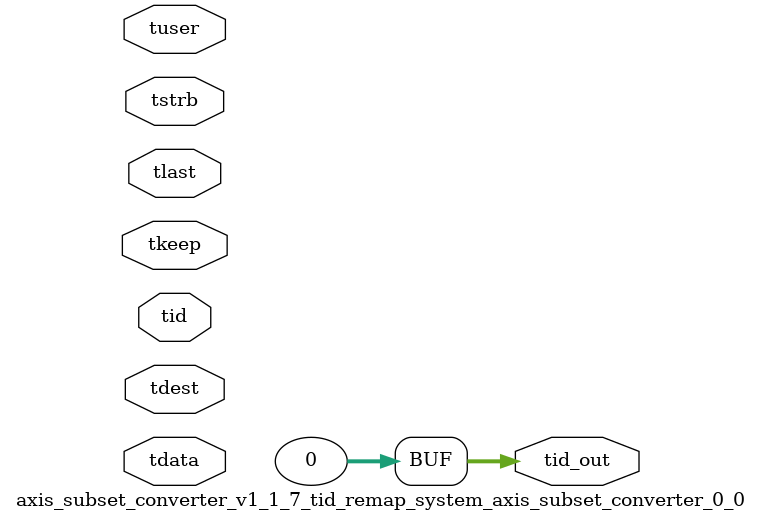
<source format=v>


`timescale 1ps/1ps

module axis_subset_converter_v1_1_7_tid_remap_system_axis_subset_converter_0_0 #
(
parameter C_S_AXIS_TID_WIDTH   = 1,
parameter C_S_AXIS_TUSER_WIDTH = 0,
parameter C_S_AXIS_TDATA_WIDTH = 0,
parameter C_S_AXIS_TDEST_WIDTH = 0,
parameter C_M_AXIS_TID_WIDTH   = 32
)
(
input  [(C_S_AXIS_TID_WIDTH   == 0 ? 1 : C_S_AXIS_TID_WIDTH)-1:0       ] tid,
input  [(C_S_AXIS_TDATA_WIDTH == 0 ? 1 : C_S_AXIS_TDATA_WIDTH)-1:0     ] tdata,
input  [(C_S_AXIS_TUSER_WIDTH == 0 ? 1 : C_S_AXIS_TUSER_WIDTH)-1:0     ] tuser,
input  [(C_S_AXIS_TDEST_WIDTH == 0 ? 1 : C_S_AXIS_TDEST_WIDTH)-1:0     ] tdest,
input  [(C_S_AXIS_TDATA_WIDTH/8)-1:0 ] tkeep,
input  [(C_S_AXIS_TDATA_WIDTH/8)-1:0 ] tstrb,
input                                                                    tlast,
output [(C_M_AXIS_TID_WIDTH   == 0 ? 1 : C_M_AXIS_TID_WIDTH)-1:0       ] tid_out
);

assign tid_out = {1'b0};

endmodule


</source>
